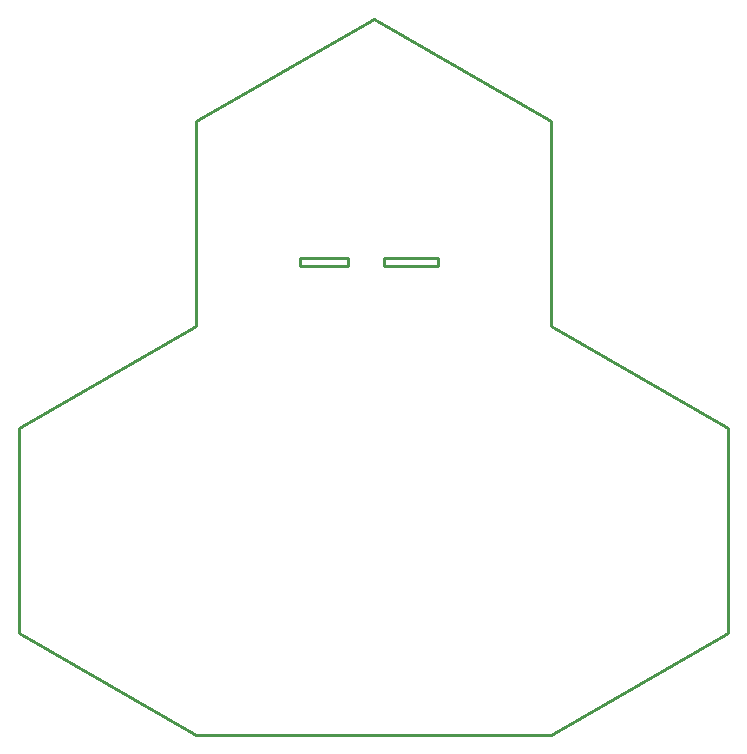
<source format=gbr>
G04 EAGLE Gerber RS-274X export*
G75*
%MOMM*%
%FSLAX34Y34*%
%LPD*%
%IN*%
%IPPOS*%
%AMOC8*
5,1,8,0,0,1.08239X$1,22.5*%
G01*
%ADD10C,0.254000*%


D10*
X-299188Y713D02*
X-149188Y-85634D01*
X813Y-85648D01*
X150813Y-85634D01*
X300813Y713D01*
X300813Y173913D01*
X150813Y260513D01*
X150813Y433713D01*
X813Y520313D01*
X-149188Y433713D01*
X-149188Y260513D01*
X-299188Y173913D01*
X-299188Y713D01*
X9525Y311150D02*
X55563Y311150D01*
X55563Y317500D01*
X9525Y317500D01*
X9525Y311150D01*
X-61913Y311150D02*
X-20638Y311150D01*
X-20638Y317500D01*
X-61913Y317500D01*
X-61913Y311150D01*
M02*

</source>
